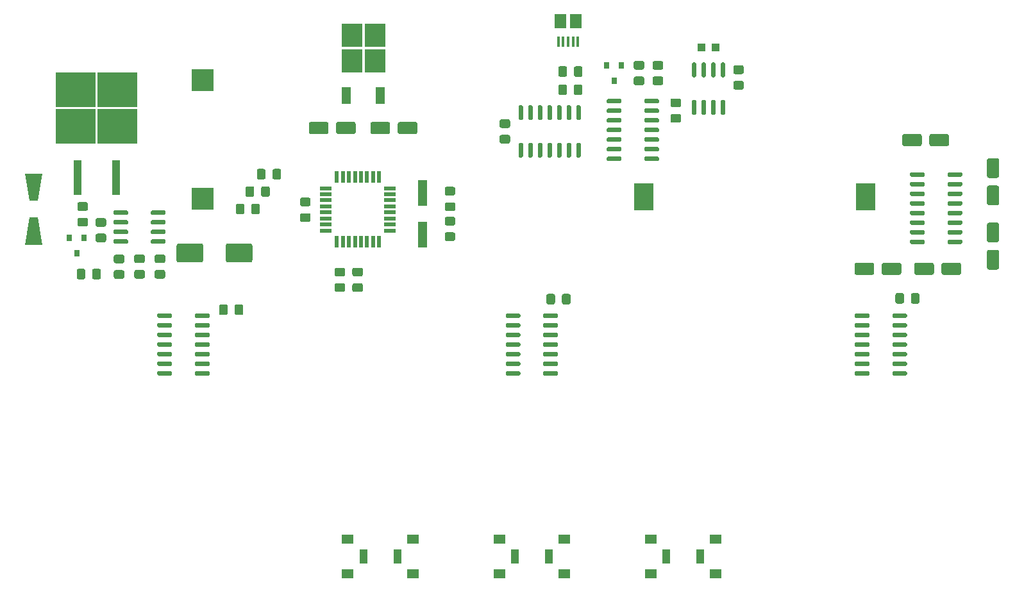
<source format=gbr>
%TF.GenerationSoftware,KiCad,Pcbnew,5.1.8+dfsg1-1+b1*%
%TF.CreationDate,2021-02-15T01:52:31+02:00*%
%TF.ProjectId,nixiedisp,6e697869-6564-4697-9370-2e6b69636164,2*%
%TF.SameCoordinates,Original*%
%TF.FileFunction,Paste,Top*%
%TF.FilePolarity,Positive*%
%FSLAX46Y46*%
G04 Gerber Fmt 4.6, Leading zero omitted, Abs format (unit mm)*
G04 Created by KiCad (PCBNEW 5.1.8+dfsg1-1+b1) date 2021-02-15 01:52:31*
%MOMM*%
%LPD*%
G01*
G04 APERTURE LIST*
%ADD10R,0.990600X1.905000*%
%ADD11R,1.498600X1.295400*%
%ADD12R,2.750000X3.050000*%
%ADD13R,1.200000X2.200000*%
%ADD14R,5.250000X4.550000*%
%ADD15R,1.100000X4.600000*%
%ADD16R,0.800000X0.900000*%
%ADD17R,2.900000X3.000000*%
%ADD18C,0.100000*%
%ADD19R,1.500000X1.900000*%
%ADD20R,0.400000X1.350000*%
%ADD21R,1.600000X0.550000*%
%ADD22R,0.550000X1.600000*%
%ADD23R,1.200000X3.500000*%
%ADD24R,2.600000X3.600000*%
%ADD25R,1.050000X1.100000*%
G04 APERTURE END LIST*
D10*
%TO.C,SW3*%
X160750001Y-141549700D03*
X156249999Y-141549700D03*
D11*
X162800002Y-143899708D03*
X154199998Y-143899708D03*
X162800002Y-139299700D03*
X154199998Y-139299700D03*
%TD*%
D10*
%TO.C,SW2*%
X140750001Y-141549700D03*
X136249999Y-141549700D03*
D11*
X142800002Y-143899708D03*
X134199998Y-143899708D03*
X142800002Y-139299700D03*
X134199998Y-139299700D03*
%TD*%
D10*
%TO.C,SW1*%
X120750001Y-141549700D03*
X116249999Y-141549700D03*
D11*
X122800002Y-143899708D03*
X114199998Y-143899708D03*
X122800002Y-139299700D03*
X114199998Y-139299700D03*
%TD*%
%TO.C,C17*%
G36*
G01*
X188550000Y-107950001D02*
X188550000Y-107049999D01*
G75*
G02*
X188799999Y-106800000I249999J0D01*
G01*
X189450001Y-106800000D01*
G75*
G02*
X189700000Y-107049999I0J-249999D01*
G01*
X189700000Y-107950001D01*
G75*
G02*
X189450001Y-108200000I-249999J0D01*
G01*
X188799999Y-108200000D01*
G75*
G02*
X188550000Y-107950001I0J249999D01*
G01*
G37*
G36*
G01*
X186500000Y-107950001D02*
X186500000Y-107049999D01*
G75*
G02*
X186749999Y-106800000I249999J0D01*
G01*
X187400001Y-106800000D01*
G75*
G02*
X187650000Y-107049999I0J-249999D01*
G01*
X187650000Y-107950001D01*
G75*
G02*
X187400001Y-108200000I-249999J0D01*
G01*
X186749999Y-108200000D01*
G75*
G02*
X186500000Y-107950001I0J249999D01*
G01*
G37*
%TD*%
D12*
%TO.C,U34*%
X117775000Y-76125000D03*
X114725000Y-72775000D03*
X114725000Y-76125000D03*
X117775000Y-72775000D03*
D13*
X118530000Y-80750000D03*
X113970000Y-80750000D03*
%TD*%
%TO.C,U33*%
G36*
G01*
X88200000Y-96345000D02*
X88200000Y-96045000D01*
G75*
G02*
X88350000Y-95895000I150000J0D01*
G01*
X90000000Y-95895000D01*
G75*
G02*
X90150000Y-96045000I0J-150000D01*
G01*
X90150000Y-96345000D01*
G75*
G02*
X90000000Y-96495000I-150000J0D01*
G01*
X88350000Y-96495000D01*
G75*
G02*
X88200000Y-96345000I0J150000D01*
G01*
G37*
G36*
G01*
X88200000Y-97615000D02*
X88200000Y-97315000D01*
G75*
G02*
X88350000Y-97165000I150000J0D01*
G01*
X90000000Y-97165000D01*
G75*
G02*
X90150000Y-97315000I0J-150000D01*
G01*
X90150000Y-97615000D01*
G75*
G02*
X90000000Y-97765000I-150000J0D01*
G01*
X88350000Y-97765000D01*
G75*
G02*
X88200000Y-97615000I0J150000D01*
G01*
G37*
G36*
G01*
X88200000Y-98885000D02*
X88200000Y-98585000D01*
G75*
G02*
X88350000Y-98435000I150000J0D01*
G01*
X90000000Y-98435000D01*
G75*
G02*
X90150000Y-98585000I0J-150000D01*
G01*
X90150000Y-98885000D01*
G75*
G02*
X90000000Y-99035000I-150000J0D01*
G01*
X88350000Y-99035000D01*
G75*
G02*
X88200000Y-98885000I0J150000D01*
G01*
G37*
G36*
G01*
X88200000Y-100155000D02*
X88200000Y-99855000D01*
G75*
G02*
X88350000Y-99705000I150000J0D01*
G01*
X90000000Y-99705000D01*
G75*
G02*
X90150000Y-99855000I0J-150000D01*
G01*
X90150000Y-100155000D01*
G75*
G02*
X90000000Y-100305000I-150000J0D01*
G01*
X88350000Y-100305000D01*
G75*
G02*
X88200000Y-100155000I0J150000D01*
G01*
G37*
G36*
G01*
X83250000Y-100155000D02*
X83250000Y-99855000D01*
G75*
G02*
X83400000Y-99705000I150000J0D01*
G01*
X85050000Y-99705000D01*
G75*
G02*
X85200000Y-99855000I0J-150000D01*
G01*
X85200000Y-100155000D01*
G75*
G02*
X85050000Y-100305000I-150000J0D01*
G01*
X83400000Y-100305000D01*
G75*
G02*
X83250000Y-100155000I0J150000D01*
G01*
G37*
G36*
G01*
X83250000Y-98885000D02*
X83250000Y-98585000D01*
G75*
G02*
X83400000Y-98435000I150000J0D01*
G01*
X85050000Y-98435000D01*
G75*
G02*
X85200000Y-98585000I0J-150000D01*
G01*
X85200000Y-98885000D01*
G75*
G02*
X85050000Y-99035000I-150000J0D01*
G01*
X83400000Y-99035000D01*
G75*
G02*
X83250000Y-98885000I0J150000D01*
G01*
G37*
G36*
G01*
X83250000Y-97615000D02*
X83250000Y-97315000D01*
G75*
G02*
X83400000Y-97165000I150000J0D01*
G01*
X85050000Y-97165000D01*
G75*
G02*
X85200000Y-97315000I0J-150000D01*
G01*
X85200000Y-97615000D01*
G75*
G02*
X85050000Y-97765000I-150000J0D01*
G01*
X83400000Y-97765000D01*
G75*
G02*
X83250000Y-97615000I0J150000D01*
G01*
G37*
G36*
G01*
X83250000Y-96345000D02*
X83250000Y-96045000D01*
G75*
G02*
X83400000Y-95895000I150000J0D01*
G01*
X85050000Y-95895000D01*
G75*
G02*
X85200000Y-96045000I0J-150000D01*
G01*
X85200000Y-96345000D01*
G75*
G02*
X85050000Y-96495000I-150000J0D01*
G01*
X83400000Y-96495000D01*
G75*
G02*
X83250000Y-96345000I0J150000D01*
G01*
G37*
%TD*%
%TO.C,U3*%
G36*
G01*
X153350000Y-81590000D02*
X153350000Y-81290000D01*
G75*
G02*
X153500000Y-81140000I150000J0D01*
G01*
X155150000Y-81140000D01*
G75*
G02*
X155300000Y-81290000I0J-150000D01*
G01*
X155300000Y-81590000D01*
G75*
G02*
X155150000Y-81740000I-150000J0D01*
G01*
X153500000Y-81740000D01*
G75*
G02*
X153350000Y-81590000I0J150000D01*
G01*
G37*
G36*
G01*
X153350000Y-82860000D02*
X153350000Y-82560000D01*
G75*
G02*
X153500000Y-82410000I150000J0D01*
G01*
X155150000Y-82410000D01*
G75*
G02*
X155300000Y-82560000I0J-150000D01*
G01*
X155300000Y-82860000D01*
G75*
G02*
X155150000Y-83010000I-150000J0D01*
G01*
X153500000Y-83010000D01*
G75*
G02*
X153350000Y-82860000I0J150000D01*
G01*
G37*
G36*
G01*
X153350000Y-84130000D02*
X153350000Y-83830000D01*
G75*
G02*
X153500000Y-83680000I150000J0D01*
G01*
X155150000Y-83680000D01*
G75*
G02*
X155300000Y-83830000I0J-150000D01*
G01*
X155300000Y-84130000D01*
G75*
G02*
X155150000Y-84280000I-150000J0D01*
G01*
X153500000Y-84280000D01*
G75*
G02*
X153350000Y-84130000I0J150000D01*
G01*
G37*
G36*
G01*
X153350000Y-85400000D02*
X153350000Y-85100000D01*
G75*
G02*
X153500000Y-84950000I150000J0D01*
G01*
X155150000Y-84950000D01*
G75*
G02*
X155300000Y-85100000I0J-150000D01*
G01*
X155300000Y-85400000D01*
G75*
G02*
X155150000Y-85550000I-150000J0D01*
G01*
X153500000Y-85550000D01*
G75*
G02*
X153350000Y-85400000I0J150000D01*
G01*
G37*
G36*
G01*
X153350000Y-86670000D02*
X153350000Y-86370000D01*
G75*
G02*
X153500000Y-86220000I150000J0D01*
G01*
X155150000Y-86220000D01*
G75*
G02*
X155300000Y-86370000I0J-150000D01*
G01*
X155300000Y-86670000D01*
G75*
G02*
X155150000Y-86820000I-150000J0D01*
G01*
X153500000Y-86820000D01*
G75*
G02*
X153350000Y-86670000I0J150000D01*
G01*
G37*
G36*
G01*
X153350000Y-87940000D02*
X153350000Y-87640000D01*
G75*
G02*
X153500000Y-87490000I150000J0D01*
G01*
X155150000Y-87490000D01*
G75*
G02*
X155300000Y-87640000I0J-150000D01*
G01*
X155300000Y-87940000D01*
G75*
G02*
X155150000Y-88090000I-150000J0D01*
G01*
X153500000Y-88090000D01*
G75*
G02*
X153350000Y-87940000I0J150000D01*
G01*
G37*
G36*
G01*
X153350000Y-89210000D02*
X153350000Y-88910000D01*
G75*
G02*
X153500000Y-88760000I150000J0D01*
G01*
X155150000Y-88760000D01*
G75*
G02*
X155300000Y-88910000I0J-150000D01*
G01*
X155300000Y-89210000D01*
G75*
G02*
X155150000Y-89360000I-150000J0D01*
G01*
X153500000Y-89360000D01*
G75*
G02*
X153350000Y-89210000I0J150000D01*
G01*
G37*
G36*
G01*
X148400000Y-89210000D02*
X148400000Y-88910000D01*
G75*
G02*
X148550000Y-88760000I150000J0D01*
G01*
X150200000Y-88760000D01*
G75*
G02*
X150350000Y-88910000I0J-150000D01*
G01*
X150350000Y-89210000D01*
G75*
G02*
X150200000Y-89360000I-150000J0D01*
G01*
X148550000Y-89360000D01*
G75*
G02*
X148400000Y-89210000I0J150000D01*
G01*
G37*
G36*
G01*
X148400000Y-87940000D02*
X148400000Y-87640000D01*
G75*
G02*
X148550000Y-87490000I150000J0D01*
G01*
X150200000Y-87490000D01*
G75*
G02*
X150350000Y-87640000I0J-150000D01*
G01*
X150350000Y-87940000D01*
G75*
G02*
X150200000Y-88090000I-150000J0D01*
G01*
X148550000Y-88090000D01*
G75*
G02*
X148400000Y-87940000I0J150000D01*
G01*
G37*
G36*
G01*
X148400000Y-86670000D02*
X148400000Y-86370000D01*
G75*
G02*
X148550000Y-86220000I150000J0D01*
G01*
X150200000Y-86220000D01*
G75*
G02*
X150350000Y-86370000I0J-150000D01*
G01*
X150350000Y-86670000D01*
G75*
G02*
X150200000Y-86820000I-150000J0D01*
G01*
X148550000Y-86820000D01*
G75*
G02*
X148400000Y-86670000I0J150000D01*
G01*
G37*
G36*
G01*
X148400000Y-85400000D02*
X148400000Y-85100000D01*
G75*
G02*
X148550000Y-84950000I150000J0D01*
G01*
X150200000Y-84950000D01*
G75*
G02*
X150350000Y-85100000I0J-150000D01*
G01*
X150350000Y-85400000D01*
G75*
G02*
X150200000Y-85550000I-150000J0D01*
G01*
X148550000Y-85550000D01*
G75*
G02*
X148400000Y-85400000I0J150000D01*
G01*
G37*
G36*
G01*
X148400000Y-84130000D02*
X148400000Y-83830000D01*
G75*
G02*
X148550000Y-83680000I150000J0D01*
G01*
X150200000Y-83680000D01*
G75*
G02*
X150350000Y-83830000I0J-150000D01*
G01*
X150350000Y-84130000D01*
G75*
G02*
X150200000Y-84280000I-150000J0D01*
G01*
X148550000Y-84280000D01*
G75*
G02*
X148400000Y-84130000I0J150000D01*
G01*
G37*
G36*
G01*
X148400000Y-82860000D02*
X148400000Y-82560000D01*
G75*
G02*
X148550000Y-82410000I150000J0D01*
G01*
X150200000Y-82410000D01*
G75*
G02*
X150350000Y-82560000I0J-150000D01*
G01*
X150350000Y-82860000D01*
G75*
G02*
X150200000Y-83010000I-150000J0D01*
G01*
X148550000Y-83010000D01*
G75*
G02*
X148400000Y-82860000I0J150000D01*
G01*
G37*
G36*
G01*
X148400000Y-81590000D02*
X148400000Y-81290000D01*
G75*
G02*
X148550000Y-81140000I150000J0D01*
G01*
X150200000Y-81140000D01*
G75*
G02*
X150350000Y-81290000I0J-150000D01*
G01*
X150350000Y-81590000D01*
G75*
G02*
X150200000Y-81740000I-150000J0D01*
G01*
X148550000Y-81740000D01*
G75*
G02*
X148400000Y-81590000I0J150000D01*
G01*
G37*
%TD*%
%TO.C,U2*%
G36*
G01*
X190400000Y-99895000D02*
X190400000Y-100195000D01*
G75*
G02*
X190250000Y-100345000I-150000J0D01*
G01*
X188600000Y-100345000D01*
G75*
G02*
X188450000Y-100195000I0J150000D01*
G01*
X188450000Y-99895000D01*
G75*
G02*
X188600000Y-99745000I150000J0D01*
G01*
X190250000Y-99745000D01*
G75*
G02*
X190400000Y-99895000I0J-150000D01*
G01*
G37*
G36*
G01*
X190400000Y-98625000D02*
X190400000Y-98925000D01*
G75*
G02*
X190250000Y-99075000I-150000J0D01*
G01*
X188600000Y-99075000D01*
G75*
G02*
X188450000Y-98925000I0J150000D01*
G01*
X188450000Y-98625000D01*
G75*
G02*
X188600000Y-98475000I150000J0D01*
G01*
X190250000Y-98475000D01*
G75*
G02*
X190400000Y-98625000I0J-150000D01*
G01*
G37*
G36*
G01*
X190400000Y-97355000D02*
X190400000Y-97655000D01*
G75*
G02*
X190250000Y-97805000I-150000J0D01*
G01*
X188600000Y-97805000D01*
G75*
G02*
X188450000Y-97655000I0J150000D01*
G01*
X188450000Y-97355000D01*
G75*
G02*
X188600000Y-97205000I150000J0D01*
G01*
X190250000Y-97205000D01*
G75*
G02*
X190400000Y-97355000I0J-150000D01*
G01*
G37*
G36*
G01*
X190400000Y-96085000D02*
X190400000Y-96385000D01*
G75*
G02*
X190250000Y-96535000I-150000J0D01*
G01*
X188600000Y-96535000D01*
G75*
G02*
X188450000Y-96385000I0J150000D01*
G01*
X188450000Y-96085000D01*
G75*
G02*
X188600000Y-95935000I150000J0D01*
G01*
X190250000Y-95935000D01*
G75*
G02*
X190400000Y-96085000I0J-150000D01*
G01*
G37*
G36*
G01*
X190400000Y-94815000D02*
X190400000Y-95115000D01*
G75*
G02*
X190250000Y-95265000I-150000J0D01*
G01*
X188600000Y-95265000D01*
G75*
G02*
X188450000Y-95115000I0J150000D01*
G01*
X188450000Y-94815000D01*
G75*
G02*
X188600000Y-94665000I150000J0D01*
G01*
X190250000Y-94665000D01*
G75*
G02*
X190400000Y-94815000I0J-150000D01*
G01*
G37*
G36*
G01*
X190400000Y-93545000D02*
X190400000Y-93845000D01*
G75*
G02*
X190250000Y-93995000I-150000J0D01*
G01*
X188600000Y-93995000D01*
G75*
G02*
X188450000Y-93845000I0J150000D01*
G01*
X188450000Y-93545000D01*
G75*
G02*
X188600000Y-93395000I150000J0D01*
G01*
X190250000Y-93395000D01*
G75*
G02*
X190400000Y-93545000I0J-150000D01*
G01*
G37*
G36*
G01*
X190400000Y-92275000D02*
X190400000Y-92575000D01*
G75*
G02*
X190250000Y-92725000I-150000J0D01*
G01*
X188600000Y-92725000D01*
G75*
G02*
X188450000Y-92575000I0J150000D01*
G01*
X188450000Y-92275000D01*
G75*
G02*
X188600000Y-92125000I150000J0D01*
G01*
X190250000Y-92125000D01*
G75*
G02*
X190400000Y-92275000I0J-150000D01*
G01*
G37*
G36*
G01*
X190400000Y-91005000D02*
X190400000Y-91305000D01*
G75*
G02*
X190250000Y-91455000I-150000J0D01*
G01*
X188600000Y-91455000D01*
G75*
G02*
X188450000Y-91305000I0J150000D01*
G01*
X188450000Y-91005000D01*
G75*
G02*
X188600000Y-90855000I150000J0D01*
G01*
X190250000Y-90855000D01*
G75*
G02*
X190400000Y-91005000I0J-150000D01*
G01*
G37*
G36*
G01*
X195350000Y-91005000D02*
X195350000Y-91305000D01*
G75*
G02*
X195200000Y-91455000I-150000J0D01*
G01*
X193550000Y-91455000D01*
G75*
G02*
X193400000Y-91305000I0J150000D01*
G01*
X193400000Y-91005000D01*
G75*
G02*
X193550000Y-90855000I150000J0D01*
G01*
X195200000Y-90855000D01*
G75*
G02*
X195350000Y-91005000I0J-150000D01*
G01*
G37*
G36*
G01*
X195350000Y-92275000D02*
X195350000Y-92575000D01*
G75*
G02*
X195200000Y-92725000I-150000J0D01*
G01*
X193550000Y-92725000D01*
G75*
G02*
X193400000Y-92575000I0J150000D01*
G01*
X193400000Y-92275000D01*
G75*
G02*
X193550000Y-92125000I150000J0D01*
G01*
X195200000Y-92125000D01*
G75*
G02*
X195350000Y-92275000I0J-150000D01*
G01*
G37*
G36*
G01*
X195350000Y-93545000D02*
X195350000Y-93845000D01*
G75*
G02*
X195200000Y-93995000I-150000J0D01*
G01*
X193550000Y-93995000D01*
G75*
G02*
X193400000Y-93845000I0J150000D01*
G01*
X193400000Y-93545000D01*
G75*
G02*
X193550000Y-93395000I150000J0D01*
G01*
X195200000Y-93395000D01*
G75*
G02*
X195350000Y-93545000I0J-150000D01*
G01*
G37*
G36*
G01*
X195350000Y-94815000D02*
X195350000Y-95115000D01*
G75*
G02*
X195200000Y-95265000I-150000J0D01*
G01*
X193550000Y-95265000D01*
G75*
G02*
X193400000Y-95115000I0J150000D01*
G01*
X193400000Y-94815000D01*
G75*
G02*
X193550000Y-94665000I150000J0D01*
G01*
X195200000Y-94665000D01*
G75*
G02*
X195350000Y-94815000I0J-150000D01*
G01*
G37*
G36*
G01*
X195350000Y-96085000D02*
X195350000Y-96385000D01*
G75*
G02*
X195200000Y-96535000I-150000J0D01*
G01*
X193550000Y-96535000D01*
G75*
G02*
X193400000Y-96385000I0J150000D01*
G01*
X193400000Y-96085000D01*
G75*
G02*
X193550000Y-95935000I150000J0D01*
G01*
X195200000Y-95935000D01*
G75*
G02*
X195350000Y-96085000I0J-150000D01*
G01*
G37*
G36*
G01*
X195350000Y-97355000D02*
X195350000Y-97655000D01*
G75*
G02*
X195200000Y-97805000I-150000J0D01*
G01*
X193550000Y-97805000D01*
G75*
G02*
X193400000Y-97655000I0J150000D01*
G01*
X193400000Y-97355000D01*
G75*
G02*
X193550000Y-97205000I150000J0D01*
G01*
X195200000Y-97205000D01*
G75*
G02*
X195350000Y-97355000I0J-150000D01*
G01*
G37*
G36*
G01*
X195350000Y-98625000D02*
X195350000Y-98925000D01*
G75*
G02*
X195200000Y-99075000I-150000J0D01*
G01*
X193550000Y-99075000D01*
G75*
G02*
X193400000Y-98925000I0J150000D01*
G01*
X193400000Y-98625000D01*
G75*
G02*
X193550000Y-98475000I150000J0D01*
G01*
X195200000Y-98475000D01*
G75*
G02*
X195350000Y-98625000I0J-150000D01*
G01*
G37*
G36*
G01*
X195350000Y-99895000D02*
X195350000Y-100195000D01*
G75*
G02*
X195200000Y-100345000I-150000J0D01*
G01*
X193550000Y-100345000D01*
G75*
G02*
X193400000Y-100195000I0J150000D01*
G01*
X193400000Y-99895000D01*
G75*
G02*
X193550000Y-99745000I150000J0D01*
G01*
X195200000Y-99745000D01*
G75*
G02*
X195350000Y-99895000I0J-150000D01*
G01*
G37*
%TD*%
%TO.C,R94*%
G36*
G01*
X86249999Y-103750000D02*
X87150001Y-103750000D01*
G75*
G02*
X87400000Y-103999999I0J-249999D01*
G01*
X87400000Y-104650001D01*
G75*
G02*
X87150001Y-104900000I-249999J0D01*
G01*
X86249999Y-104900000D01*
G75*
G02*
X86000000Y-104650001I0J249999D01*
G01*
X86000000Y-103999999D01*
G75*
G02*
X86249999Y-103750000I249999J0D01*
G01*
G37*
G36*
G01*
X86249999Y-101700000D02*
X87150001Y-101700000D01*
G75*
G02*
X87400000Y-101949999I0J-249999D01*
G01*
X87400000Y-102600001D01*
G75*
G02*
X87150001Y-102850000I-249999J0D01*
G01*
X86249999Y-102850000D01*
G75*
G02*
X86000000Y-102600001I0J249999D01*
G01*
X86000000Y-101949999D01*
G75*
G02*
X86249999Y-101700000I249999J0D01*
G01*
G37*
%TD*%
%TO.C,R93*%
G36*
G01*
X80450000Y-104750001D02*
X80450000Y-103849999D01*
G75*
G02*
X80699999Y-103600000I249999J0D01*
G01*
X81350001Y-103600000D01*
G75*
G02*
X81600000Y-103849999I0J-249999D01*
G01*
X81600000Y-104750001D01*
G75*
G02*
X81350001Y-105000000I-249999J0D01*
G01*
X80699999Y-105000000D01*
G75*
G02*
X80450000Y-104750001I0J249999D01*
G01*
G37*
G36*
G01*
X78400000Y-104750001D02*
X78400000Y-103849999D01*
G75*
G02*
X78649999Y-103600000I249999J0D01*
G01*
X79300001Y-103600000D01*
G75*
G02*
X79550000Y-103849999I0J-249999D01*
G01*
X79550000Y-104750001D01*
G75*
G02*
X79300001Y-105000000I-249999J0D01*
G01*
X78649999Y-105000000D01*
G75*
G02*
X78400000Y-104750001I0J249999D01*
G01*
G37*
%TD*%
%TO.C,R8*%
G36*
G01*
X81149999Y-98950000D02*
X82050001Y-98950000D01*
G75*
G02*
X82300000Y-99199999I0J-249999D01*
G01*
X82300000Y-99850001D01*
G75*
G02*
X82050001Y-100100000I-249999J0D01*
G01*
X81149999Y-100100000D01*
G75*
G02*
X80900000Y-99850001I0J249999D01*
G01*
X80900000Y-99199999D01*
G75*
G02*
X81149999Y-98950000I249999J0D01*
G01*
G37*
G36*
G01*
X81149999Y-96900000D02*
X82050001Y-96900000D01*
G75*
G02*
X82300000Y-97149999I0J-249999D01*
G01*
X82300000Y-97800001D01*
G75*
G02*
X82050001Y-98050000I-249999J0D01*
G01*
X81149999Y-98050000D01*
G75*
G02*
X80900000Y-97800001I0J249999D01*
G01*
X80900000Y-97149999D01*
G75*
G02*
X81149999Y-96900000I249999J0D01*
G01*
G37*
%TD*%
%TO.C,R7*%
G36*
G01*
X101450000Y-96150001D02*
X101450000Y-95249999D01*
G75*
G02*
X101699999Y-95000000I249999J0D01*
G01*
X102350001Y-95000000D01*
G75*
G02*
X102600000Y-95249999I0J-249999D01*
G01*
X102600000Y-96150001D01*
G75*
G02*
X102350001Y-96400000I-249999J0D01*
G01*
X101699999Y-96400000D01*
G75*
G02*
X101450000Y-96150001I0J249999D01*
G01*
G37*
G36*
G01*
X99400000Y-96150001D02*
X99400000Y-95249999D01*
G75*
G02*
X99649999Y-95000000I249999J0D01*
G01*
X100300001Y-95000000D01*
G75*
G02*
X100550000Y-95249999I0J-249999D01*
G01*
X100550000Y-96150001D01*
G75*
G02*
X100300001Y-96400000I-249999J0D01*
G01*
X99649999Y-96400000D01*
G75*
G02*
X99400000Y-96150001I0J249999D01*
G01*
G37*
%TD*%
%TO.C,R4*%
G36*
G01*
X102750000Y-93850001D02*
X102750000Y-92949999D01*
G75*
G02*
X102999999Y-92700000I249999J0D01*
G01*
X103650001Y-92700000D01*
G75*
G02*
X103900000Y-92949999I0J-249999D01*
G01*
X103900000Y-93850001D01*
G75*
G02*
X103650001Y-94100000I-249999J0D01*
G01*
X102999999Y-94100000D01*
G75*
G02*
X102750000Y-93850001I0J249999D01*
G01*
G37*
G36*
G01*
X100700000Y-93850001D02*
X100700000Y-92949999D01*
G75*
G02*
X100949999Y-92700000I249999J0D01*
G01*
X101600001Y-92700000D01*
G75*
G02*
X101850000Y-92949999I0J-249999D01*
G01*
X101850000Y-93850001D01*
G75*
G02*
X101600001Y-94100000I-249999J0D01*
G01*
X100949999Y-94100000D01*
G75*
G02*
X100700000Y-93850001I0J249999D01*
G01*
G37*
%TD*%
%TO.C,R3*%
G36*
G01*
X104250000Y-91550001D02*
X104250000Y-90649999D01*
G75*
G02*
X104499999Y-90400000I249999J0D01*
G01*
X105150001Y-90400000D01*
G75*
G02*
X105400000Y-90649999I0J-249999D01*
G01*
X105400000Y-91550001D01*
G75*
G02*
X105150001Y-91800000I-249999J0D01*
G01*
X104499999Y-91800000D01*
G75*
G02*
X104250000Y-91550001I0J249999D01*
G01*
G37*
G36*
G01*
X102200000Y-91550001D02*
X102200000Y-90649999D01*
G75*
G02*
X102449999Y-90400000I249999J0D01*
G01*
X103100001Y-90400000D01*
G75*
G02*
X103350000Y-90649999I0J-249999D01*
G01*
X103350000Y-91550001D01*
G75*
G02*
X103100001Y-91800000I-249999J0D01*
G01*
X102449999Y-91800000D01*
G75*
G02*
X102200000Y-91550001I0J249999D01*
G01*
G37*
%TD*%
%TO.C,R2*%
G36*
G01*
X155600001Y-77300000D02*
X154699999Y-77300000D01*
G75*
G02*
X154450000Y-77050001I0J249999D01*
G01*
X154450000Y-76399999D01*
G75*
G02*
X154699999Y-76150000I249999J0D01*
G01*
X155600001Y-76150000D01*
G75*
G02*
X155850000Y-76399999I0J-249999D01*
G01*
X155850000Y-77050001D01*
G75*
G02*
X155600001Y-77300000I-249999J0D01*
G01*
G37*
G36*
G01*
X155600001Y-79350000D02*
X154699999Y-79350000D01*
G75*
G02*
X154450000Y-79100001I0J249999D01*
G01*
X154450000Y-78449999D01*
G75*
G02*
X154699999Y-78200000I249999J0D01*
G01*
X155600001Y-78200000D01*
G75*
G02*
X155850000Y-78449999I0J-249999D01*
G01*
X155850000Y-79100001D01*
G75*
G02*
X155600001Y-79350000I-249999J0D01*
G01*
G37*
%TD*%
%TO.C,R1*%
G36*
G01*
X152199999Y-78200000D02*
X153100001Y-78200000D01*
G75*
G02*
X153350000Y-78449999I0J-249999D01*
G01*
X153350000Y-79100001D01*
G75*
G02*
X153100001Y-79350000I-249999J0D01*
G01*
X152199999Y-79350000D01*
G75*
G02*
X151950000Y-79100001I0J249999D01*
G01*
X151950000Y-78449999D01*
G75*
G02*
X152199999Y-78200000I249999J0D01*
G01*
G37*
G36*
G01*
X152199999Y-76150000D02*
X153100001Y-76150000D01*
G75*
G02*
X153350000Y-76399999I0J-249999D01*
G01*
X153350000Y-77050001D01*
G75*
G02*
X153100001Y-77300000I-249999J0D01*
G01*
X152199999Y-77300000D01*
G75*
G02*
X151950000Y-77050001I0J249999D01*
G01*
X151950000Y-76399999D01*
G75*
G02*
X152199999Y-76150000I249999J0D01*
G01*
G37*
%TD*%
D14*
%TO.C,Q69*%
X83800000Y-84800000D03*
X78250000Y-79950000D03*
X78250000Y-84800000D03*
X83800000Y-79950000D03*
D15*
X83565000Y-91525000D03*
X78485000Y-91525000D03*
%TD*%
D16*
%TO.C,Q2*%
X78400000Y-101500000D03*
X77450000Y-99500000D03*
X79350000Y-99500000D03*
%TD*%
%TO.C,Q1*%
X149350000Y-78750000D03*
X148400000Y-76750000D03*
X150300000Y-76750000D03*
%TD*%
D17*
%TO.C,L1*%
X95000000Y-78650000D03*
X95000000Y-94350000D03*
%TD*%
D18*
%TO.C,D2*%
G36*
X71550000Y-91000000D02*
G01*
X73850000Y-91000000D01*
X73250000Y-94600000D01*
X72150000Y-94600000D01*
X71550000Y-91000000D01*
G37*
G36*
X73850000Y-100400000D02*
G01*
X71550000Y-100400000D01*
X72150000Y-96800000D01*
X73250000Y-96800000D01*
X73850000Y-100400000D01*
G37*
%TD*%
%TO.C,D1*%
G36*
G01*
X78749999Y-96850000D02*
X79650001Y-96850000D01*
G75*
G02*
X79900000Y-97099999I0J-249999D01*
G01*
X79900000Y-97750001D01*
G75*
G02*
X79650001Y-98000000I-249999J0D01*
G01*
X78749999Y-98000000D01*
G75*
G02*
X78500000Y-97750001I0J249999D01*
G01*
X78500000Y-97099999D01*
G75*
G02*
X78749999Y-96850000I249999J0D01*
G01*
G37*
G36*
G01*
X78749999Y-94800000D02*
X79650001Y-94800000D01*
G75*
G02*
X79900000Y-95049999I0J-249999D01*
G01*
X79900000Y-95700001D01*
G75*
G02*
X79650001Y-95950000I-249999J0D01*
G01*
X78749999Y-95950000D01*
G75*
G02*
X78500000Y-95700001I0J249999D01*
G01*
X78500000Y-95049999D01*
G75*
G02*
X78749999Y-94800000I249999J0D01*
G01*
G37*
%TD*%
%TO.C,C38*%
G36*
G01*
X89850001Y-102850000D02*
X88949999Y-102850000D01*
G75*
G02*
X88700000Y-102600001I0J249999D01*
G01*
X88700000Y-101949999D01*
G75*
G02*
X88949999Y-101700000I249999J0D01*
G01*
X89850001Y-101700000D01*
G75*
G02*
X90100000Y-101949999I0J-249999D01*
G01*
X90100000Y-102600001D01*
G75*
G02*
X89850001Y-102850000I-249999J0D01*
G01*
G37*
G36*
G01*
X89850001Y-104900000D02*
X88949999Y-104900000D01*
G75*
G02*
X88700000Y-104650001I0J249999D01*
G01*
X88700000Y-103999999D01*
G75*
G02*
X88949999Y-103750000I249999J0D01*
G01*
X89850001Y-103750000D01*
G75*
G02*
X90100000Y-103999999I0J-249999D01*
G01*
X90100000Y-104650001D01*
G75*
G02*
X89850001Y-104900000I-249999J0D01*
G01*
G37*
%TD*%
%TO.C,C37*%
G36*
G01*
X98100000Y-102500000D02*
X98100000Y-100500000D01*
G75*
G02*
X98350000Y-100250000I250000J0D01*
G01*
X101350000Y-100250000D01*
G75*
G02*
X101600000Y-100500000I0J-250000D01*
G01*
X101600000Y-102500000D01*
G75*
G02*
X101350000Y-102750000I-250000J0D01*
G01*
X98350000Y-102750000D01*
G75*
G02*
X98100000Y-102500000I0J250000D01*
G01*
G37*
G36*
G01*
X91600000Y-102500000D02*
X91600000Y-100500000D01*
G75*
G02*
X91850000Y-100250000I250000J0D01*
G01*
X94850000Y-100250000D01*
G75*
G02*
X95100000Y-100500000I0J-250000D01*
G01*
X95100000Y-102500000D01*
G75*
G02*
X94850000Y-102750000I-250000J0D01*
G01*
X91850000Y-102750000D01*
G75*
G02*
X91600000Y-102500000I0J250000D01*
G01*
G37*
%TD*%
%TO.C,C36*%
G36*
G01*
X119800000Y-84450000D02*
X119800000Y-85550000D01*
G75*
G02*
X119550000Y-85800000I-250000J0D01*
G01*
X117450000Y-85800000D01*
G75*
G02*
X117200000Y-85550000I0J250000D01*
G01*
X117200000Y-84450000D01*
G75*
G02*
X117450000Y-84200000I250000J0D01*
G01*
X119550000Y-84200000D01*
G75*
G02*
X119800000Y-84450000I0J-250000D01*
G01*
G37*
G36*
G01*
X123400000Y-84450000D02*
X123400000Y-85550000D01*
G75*
G02*
X123150000Y-85800000I-250000J0D01*
G01*
X121050000Y-85800000D01*
G75*
G02*
X120800000Y-85550000I0J250000D01*
G01*
X120800000Y-84450000D01*
G75*
G02*
X121050000Y-84200000I250000J0D01*
G01*
X123150000Y-84200000D01*
G75*
G02*
X123400000Y-84450000I0J-250000D01*
G01*
G37*
%TD*%
%TO.C,C35*%
G36*
G01*
X112650000Y-85550000D02*
X112650000Y-84450000D01*
G75*
G02*
X112900000Y-84200000I250000J0D01*
G01*
X115000000Y-84200000D01*
G75*
G02*
X115250000Y-84450000I0J-250000D01*
G01*
X115250000Y-85550000D01*
G75*
G02*
X115000000Y-85800000I-250000J0D01*
G01*
X112900000Y-85800000D01*
G75*
G02*
X112650000Y-85550000I0J250000D01*
G01*
G37*
G36*
G01*
X109050000Y-85550000D02*
X109050000Y-84450000D01*
G75*
G02*
X109300000Y-84200000I250000J0D01*
G01*
X111400000Y-84200000D01*
G75*
G02*
X111650000Y-84450000I0J-250000D01*
G01*
X111650000Y-85550000D01*
G75*
G02*
X111400000Y-85800000I-250000J0D01*
G01*
X109300000Y-85800000D01*
G75*
G02*
X109050000Y-85550000I0J250000D01*
G01*
G37*
%TD*%
%TO.C,C16*%
G36*
G01*
X83549999Y-103775000D02*
X84450001Y-103775000D01*
G75*
G02*
X84700000Y-104024999I0J-249999D01*
G01*
X84700000Y-104675001D01*
G75*
G02*
X84450001Y-104925000I-249999J0D01*
G01*
X83549999Y-104925000D01*
G75*
G02*
X83300000Y-104675001I0J249999D01*
G01*
X83300000Y-104024999D01*
G75*
G02*
X83549999Y-103775000I249999J0D01*
G01*
G37*
G36*
G01*
X83549999Y-101725000D02*
X84450001Y-101725000D01*
G75*
G02*
X84700000Y-101974999I0J-249999D01*
G01*
X84700000Y-102625001D01*
G75*
G02*
X84450001Y-102875000I-249999J0D01*
G01*
X83549999Y-102875000D01*
G75*
G02*
X83300000Y-102625001I0J249999D01*
G01*
X83300000Y-101974999D01*
G75*
G02*
X83549999Y-101725000I249999J0D01*
G01*
G37*
%TD*%
%TO.C,C15*%
G36*
G01*
X191000000Y-87150000D02*
X191000000Y-86050000D01*
G75*
G02*
X191250000Y-85800000I250000J0D01*
G01*
X193350000Y-85800000D01*
G75*
G02*
X193600000Y-86050000I0J-250000D01*
G01*
X193600000Y-87150000D01*
G75*
G02*
X193350000Y-87400000I-250000J0D01*
G01*
X191250000Y-87400000D01*
G75*
G02*
X191000000Y-87150000I0J250000D01*
G01*
G37*
G36*
G01*
X187400000Y-87150000D02*
X187400000Y-86050000D01*
G75*
G02*
X187650000Y-85800000I250000J0D01*
G01*
X189750000Y-85800000D01*
G75*
G02*
X190000000Y-86050000I0J-250000D01*
G01*
X190000000Y-87150000D01*
G75*
G02*
X189750000Y-87400000I-250000J0D01*
G01*
X187650000Y-87400000D01*
G75*
G02*
X187400000Y-87150000I0J250000D01*
G01*
G37*
%TD*%
%TO.C,C8*%
G36*
G01*
X191600000Y-103050000D02*
X191600000Y-104150000D01*
G75*
G02*
X191350000Y-104400000I-250000J0D01*
G01*
X189250000Y-104400000D01*
G75*
G02*
X189000000Y-104150000I0J250000D01*
G01*
X189000000Y-103050000D01*
G75*
G02*
X189250000Y-102800000I250000J0D01*
G01*
X191350000Y-102800000D01*
G75*
G02*
X191600000Y-103050000I0J-250000D01*
G01*
G37*
G36*
G01*
X195200000Y-103050000D02*
X195200000Y-104150000D01*
G75*
G02*
X194950000Y-104400000I-250000J0D01*
G01*
X192850000Y-104400000D01*
G75*
G02*
X192600000Y-104150000I0J250000D01*
G01*
X192600000Y-103050000D01*
G75*
G02*
X192850000Y-102800000I250000J0D01*
G01*
X194950000Y-102800000D01*
G75*
G02*
X195200000Y-103050000I0J-250000D01*
G01*
G37*
%TD*%
%TO.C,C4*%
G36*
G01*
X199950000Y-91600000D02*
X198850000Y-91600000D01*
G75*
G02*
X198600000Y-91350000I0J250000D01*
G01*
X198600000Y-89250000D01*
G75*
G02*
X198850000Y-89000000I250000J0D01*
G01*
X199950000Y-89000000D01*
G75*
G02*
X200200000Y-89250000I0J-250000D01*
G01*
X200200000Y-91350000D01*
G75*
G02*
X199950000Y-91600000I-250000J0D01*
G01*
G37*
G36*
G01*
X199950000Y-95200000D02*
X198850000Y-95200000D01*
G75*
G02*
X198600000Y-94950000I0J250000D01*
G01*
X198600000Y-92850000D01*
G75*
G02*
X198850000Y-92600000I250000J0D01*
G01*
X199950000Y-92600000D01*
G75*
G02*
X200200000Y-92850000I0J-250000D01*
G01*
X200200000Y-94950000D01*
G75*
G02*
X199950000Y-95200000I-250000J0D01*
G01*
G37*
%TD*%
%TO.C,C2*%
G36*
G01*
X183700000Y-103050000D02*
X183700000Y-104150000D01*
G75*
G02*
X183450000Y-104400000I-250000J0D01*
G01*
X181350000Y-104400000D01*
G75*
G02*
X181100000Y-104150000I0J250000D01*
G01*
X181100000Y-103050000D01*
G75*
G02*
X181350000Y-102800000I250000J0D01*
G01*
X183450000Y-102800000D01*
G75*
G02*
X183700000Y-103050000I0J-250000D01*
G01*
G37*
G36*
G01*
X187300000Y-103050000D02*
X187300000Y-104150000D01*
G75*
G02*
X187050000Y-104400000I-250000J0D01*
G01*
X184950000Y-104400000D01*
G75*
G02*
X184700000Y-104150000I0J250000D01*
G01*
X184700000Y-103050000D01*
G75*
G02*
X184950000Y-102800000I250000J0D01*
G01*
X187050000Y-102800000D01*
G75*
G02*
X187300000Y-103050000I0J-250000D01*
G01*
G37*
%TD*%
%TO.C,C1*%
G36*
G01*
X199950000Y-100100000D02*
X198850000Y-100100000D01*
G75*
G02*
X198600000Y-99850000I0J250000D01*
G01*
X198600000Y-97750000D01*
G75*
G02*
X198850000Y-97500000I250000J0D01*
G01*
X199950000Y-97500000D01*
G75*
G02*
X200200000Y-97750000I0J-250000D01*
G01*
X200200000Y-99850000D01*
G75*
G02*
X199950000Y-100100000I-250000J0D01*
G01*
G37*
G36*
G01*
X199950000Y-103700000D02*
X198850000Y-103700000D01*
G75*
G02*
X198600000Y-103450000I0J250000D01*
G01*
X198600000Y-101350000D01*
G75*
G02*
X198850000Y-101100000I250000J0D01*
G01*
X199950000Y-101100000D01*
G75*
G02*
X200200000Y-101350000I0J-250000D01*
G01*
X200200000Y-103450000D01*
G75*
G02*
X199950000Y-103700000I-250000J0D01*
G01*
G37*
%TD*%
%TO.C,C3*%
G36*
G01*
X108149999Y-94200000D02*
X109050001Y-94200000D01*
G75*
G02*
X109300000Y-94449999I0J-249999D01*
G01*
X109300000Y-95100001D01*
G75*
G02*
X109050001Y-95350000I-249999J0D01*
G01*
X108149999Y-95350000D01*
G75*
G02*
X107900000Y-95100001I0J249999D01*
G01*
X107900000Y-94449999D01*
G75*
G02*
X108149999Y-94200000I249999J0D01*
G01*
G37*
G36*
G01*
X108149999Y-96250000D02*
X109050001Y-96250000D01*
G75*
G02*
X109300000Y-96499999I0J-249999D01*
G01*
X109300000Y-97150001D01*
G75*
G02*
X109050001Y-97400000I-249999J0D01*
G01*
X108149999Y-97400000D01*
G75*
G02*
X107900000Y-97150001I0J249999D01*
G01*
X107900000Y-96499999D01*
G75*
G02*
X108149999Y-96250000I249999J0D01*
G01*
G37*
%TD*%
%TO.C,C5*%
G36*
G01*
X144050000Y-78000001D02*
X144050000Y-77099999D01*
G75*
G02*
X144299999Y-76850000I249999J0D01*
G01*
X144950001Y-76850000D01*
G75*
G02*
X145200000Y-77099999I0J-249999D01*
G01*
X145200000Y-78000001D01*
G75*
G02*
X144950001Y-78250000I-249999J0D01*
G01*
X144299999Y-78250000D01*
G75*
G02*
X144050000Y-78000001I0J249999D01*
G01*
G37*
G36*
G01*
X142000000Y-78000001D02*
X142000000Y-77099999D01*
G75*
G02*
X142249999Y-76850000I249999J0D01*
G01*
X142900001Y-76850000D01*
G75*
G02*
X143150000Y-77099999I0J-249999D01*
G01*
X143150000Y-78000001D01*
G75*
G02*
X142900001Y-78250000I-249999J0D01*
G01*
X142249999Y-78250000D01*
G75*
G02*
X142000000Y-78000001I0J249999D01*
G01*
G37*
%TD*%
%TO.C,C6*%
G36*
G01*
X144050000Y-80400001D02*
X144050000Y-79499999D01*
G75*
G02*
X144299999Y-79250000I249999J0D01*
G01*
X144950001Y-79250000D01*
G75*
G02*
X145200000Y-79499999I0J-249999D01*
G01*
X145200000Y-80400001D01*
G75*
G02*
X144950001Y-80650000I-249999J0D01*
G01*
X144299999Y-80650000D01*
G75*
G02*
X144050000Y-80400001I0J249999D01*
G01*
G37*
G36*
G01*
X142000000Y-80400001D02*
X142000000Y-79499999D01*
G75*
G02*
X142249999Y-79250000I249999J0D01*
G01*
X142900001Y-79250000D01*
G75*
G02*
X143150000Y-79499999I0J-249999D01*
G01*
X143150000Y-80400001D01*
G75*
G02*
X142900001Y-80650000I-249999J0D01*
G01*
X142249999Y-80650000D01*
G75*
G02*
X142000000Y-80400001I0J249999D01*
G01*
G37*
%TD*%
%TO.C,C7*%
G36*
G01*
X165349999Y-76725000D02*
X166250001Y-76725000D01*
G75*
G02*
X166500000Y-76974999I0J-249999D01*
G01*
X166500000Y-77625001D01*
G75*
G02*
X166250001Y-77875000I-249999J0D01*
G01*
X165349999Y-77875000D01*
G75*
G02*
X165100000Y-77625001I0J249999D01*
G01*
X165100000Y-76974999D01*
G75*
G02*
X165349999Y-76725000I249999J0D01*
G01*
G37*
G36*
G01*
X165349999Y-78775000D02*
X166250001Y-78775000D01*
G75*
G02*
X166500000Y-79024999I0J-249999D01*
G01*
X166500000Y-79675001D01*
G75*
G02*
X166250001Y-79925000I-249999J0D01*
G01*
X165349999Y-79925000D01*
G75*
G02*
X165100000Y-79675001I0J249999D01*
G01*
X165100000Y-79024999D01*
G75*
G02*
X165349999Y-78775000I249999J0D01*
G01*
G37*
%TD*%
%TO.C,C9*%
G36*
G01*
X97200000Y-109450001D02*
X97200000Y-108549999D01*
G75*
G02*
X97449999Y-108300000I249999J0D01*
G01*
X98100001Y-108300000D01*
G75*
G02*
X98350000Y-108549999I0J-249999D01*
G01*
X98350000Y-109450001D01*
G75*
G02*
X98100001Y-109700000I-249999J0D01*
G01*
X97449999Y-109700000D01*
G75*
G02*
X97200000Y-109450001I0J249999D01*
G01*
G37*
G36*
G01*
X99250000Y-109450001D02*
X99250000Y-108549999D01*
G75*
G02*
X99499999Y-108300000I249999J0D01*
G01*
X100150001Y-108300000D01*
G75*
G02*
X100400000Y-108549999I0J-249999D01*
G01*
X100400000Y-109450001D01*
G75*
G02*
X100150001Y-109700000I-249999J0D01*
G01*
X99499999Y-109700000D01*
G75*
G02*
X99250000Y-109450001I0J249999D01*
G01*
G37*
%TD*%
%TO.C,C10*%
G36*
G01*
X140425000Y-108050001D02*
X140425000Y-107149999D01*
G75*
G02*
X140674999Y-106900000I249999J0D01*
G01*
X141325001Y-106900000D01*
G75*
G02*
X141575000Y-107149999I0J-249999D01*
G01*
X141575000Y-108050001D01*
G75*
G02*
X141325001Y-108300000I-249999J0D01*
G01*
X140674999Y-108300000D01*
G75*
G02*
X140425000Y-108050001I0J249999D01*
G01*
G37*
G36*
G01*
X142475000Y-108050001D02*
X142475000Y-107149999D01*
G75*
G02*
X142724999Y-106900000I249999J0D01*
G01*
X143375001Y-106900000D01*
G75*
G02*
X143625000Y-107149999I0J-249999D01*
G01*
X143625000Y-108050001D01*
G75*
G02*
X143375001Y-108300000I-249999J0D01*
G01*
X142724999Y-108300000D01*
G75*
G02*
X142475000Y-108050001I0J249999D01*
G01*
G37*
%TD*%
%TO.C,C11*%
G36*
G01*
X127249999Y-98775000D02*
X128150001Y-98775000D01*
G75*
G02*
X128400000Y-99024999I0J-249999D01*
G01*
X128400000Y-99675001D01*
G75*
G02*
X128150001Y-99925000I-249999J0D01*
G01*
X127249999Y-99925000D01*
G75*
G02*
X127000000Y-99675001I0J249999D01*
G01*
X127000000Y-99024999D01*
G75*
G02*
X127249999Y-98775000I249999J0D01*
G01*
G37*
G36*
G01*
X127249999Y-96725000D02*
X128150001Y-96725000D01*
G75*
G02*
X128400000Y-96974999I0J-249999D01*
G01*
X128400000Y-97625001D01*
G75*
G02*
X128150001Y-97875000I-249999J0D01*
G01*
X127249999Y-97875000D01*
G75*
G02*
X127000000Y-97625001I0J249999D01*
G01*
X127000000Y-96974999D01*
G75*
G02*
X127249999Y-96725000I249999J0D01*
G01*
G37*
%TD*%
%TO.C,C12*%
G36*
G01*
X128150001Y-95975000D02*
X127249999Y-95975000D01*
G75*
G02*
X127000000Y-95725001I0J249999D01*
G01*
X127000000Y-95074999D01*
G75*
G02*
X127249999Y-94825000I249999J0D01*
G01*
X128150001Y-94825000D01*
G75*
G02*
X128400000Y-95074999I0J-249999D01*
G01*
X128400000Y-95725001D01*
G75*
G02*
X128150001Y-95975000I-249999J0D01*
G01*
G37*
G36*
G01*
X128150001Y-93925000D02*
X127249999Y-93925000D01*
G75*
G02*
X127000000Y-93675001I0J249999D01*
G01*
X127000000Y-93024999D01*
G75*
G02*
X127249999Y-92775000I249999J0D01*
G01*
X128150001Y-92775000D01*
G75*
G02*
X128400000Y-93024999I0J-249999D01*
G01*
X128400000Y-93675001D01*
G75*
G02*
X128150001Y-93925000I-249999J0D01*
G01*
G37*
%TD*%
%TO.C,C13*%
G36*
G01*
X135400001Y-85000000D02*
X134499999Y-85000000D01*
G75*
G02*
X134250000Y-84750001I0J249999D01*
G01*
X134250000Y-84099999D01*
G75*
G02*
X134499999Y-83850000I249999J0D01*
G01*
X135400001Y-83850000D01*
G75*
G02*
X135650000Y-84099999I0J-249999D01*
G01*
X135650000Y-84750001D01*
G75*
G02*
X135400001Y-85000000I-249999J0D01*
G01*
G37*
G36*
G01*
X135400001Y-87050000D02*
X134499999Y-87050000D01*
G75*
G02*
X134250000Y-86800001I0J249999D01*
G01*
X134250000Y-86149999D01*
G75*
G02*
X134499999Y-85900000I249999J0D01*
G01*
X135400001Y-85900000D01*
G75*
G02*
X135650000Y-86149999I0J-249999D01*
G01*
X135650000Y-86800001D01*
G75*
G02*
X135400001Y-87050000I-249999J0D01*
G01*
G37*
%TD*%
%TO.C,C14*%
G36*
G01*
X157049999Y-83150000D02*
X157950001Y-83150000D01*
G75*
G02*
X158200000Y-83399999I0J-249999D01*
G01*
X158200000Y-84050001D01*
G75*
G02*
X157950001Y-84300000I-249999J0D01*
G01*
X157049999Y-84300000D01*
G75*
G02*
X156800000Y-84050001I0J249999D01*
G01*
X156800000Y-83399999D01*
G75*
G02*
X157049999Y-83150000I249999J0D01*
G01*
G37*
G36*
G01*
X157049999Y-81100000D02*
X157950001Y-81100000D01*
G75*
G02*
X158200000Y-81349999I0J-249999D01*
G01*
X158200000Y-82000001D01*
G75*
G02*
X157950001Y-82250000I-249999J0D01*
G01*
X157049999Y-82250000D01*
G75*
G02*
X156800000Y-82000001I0J249999D01*
G01*
X156800000Y-81349999D01*
G75*
G02*
X157049999Y-81100000I249999J0D01*
G01*
G37*
%TD*%
D19*
%TO.C,J2*%
X142300000Y-70912500D03*
D20*
X143950000Y-73612500D03*
X144600000Y-73612500D03*
X142000000Y-73612500D03*
X142650000Y-73612500D03*
X143300000Y-73612500D03*
D19*
X144300000Y-70912500D03*
%TD*%
%TO.C,R5*%
G36*
G01*
X113600001Y-104600000D02*
X112699999Y-104600000D01*
G75*
G02*
X112450000Y-104350001I0J249999D01*
G01*
X112450000Y-103699999D01*
G75*
G02*
X112699999Y-103450000I249999J0D01*
G01*
X113600001Y-103450000D01*
G75*
G02*
X113850000Y-103699999I0J-249999D01*
G01*
X113850000Y-104350001D01*
G75*
G02*
X113600001Y-104600000I-249999J0D01*
G01*
G37*
G36*
G01*
X113600001Y-106650000D02*
X112699999Y-106650000D01*
G75*
G02*
X112450000Y-106400001I0J249999D01*
G01*
X112450000Y-105749999D01*
G75*
G02*
X112699999Y-105500000I249999J0D01*
G01*
X113600001Y-105500000D01*
G75*
G02*
X113850000Y-105749999I0J-249999D01*
G01*
X113850000Y-106400001D01*
G75*
G02*
X113600001Y-106650000I-249999J0D01*
G01*
G37*
%TD*%
%TO.C,R6*%
G36*
G01*
X115950001Y-106650000D02*
X115049999Y-106650000D01*
G75*
G02*
X114800000Y-106400001I0J249999D01*
G01*
X114800000Y-105749999D01*
G75*
G02*
X115049999Y-105500000I249999J0D01*
G01*
X115950001Y-105500000D01*
G75*
G02*
X116200000Y-105749999I0J-249999D01*
G01*
X116200000Y-106400001D01*
G75*
G02*
X115950001Y-106650000I-249999J0D01*
G01*
G37*
G36*
G01*
X115950001Y-104600000D02*
X115049999Y-104600000D01*
G75*
G02*
X114800000Y-104350001I0J249999D01*
G01*
X114800000Y-103699999D01*
G75*
G02*
X115049999Y-103450000I249999J0D01*
G01*
X115950001Y-103450000D01*
G75*
G02*
X116200000Y-103699999I0J-249999D01*
G01*
X116200000Y-104350001D01*
G75*
G02*
X115950001Y-104600000I-249999J0D01*
G01*
G37*
%TD*%
D21*
%TO.C,U1*%
X119800000Y-98550000D03*
X119800000Y-97750000D03*
X119800000Y-96950000D03*
X119800000Y-96150000D03*
X119800000Y-95350000D03*
X119800000Y-94550000D03*
X119800000Y-93750000D03*
X119800000Y-92950000D03*
D22*
X118350000Y-91500000D03*
X117550000Y-91500000D03*
X116750000Y-91500000D03*
X115950000Y-91500000D03*
X115150000Y-91500000D03*
X114350000Y-91500000D03*
X113550000Y-91500000D03*
X112750000Y-91500000D03*
D21*
X111300000Y-92950000D03*
X111300000Y-93750000D03*
X111300000Y-94550000D03*
X111300000Y-95350000D03*
X111300000Y-96150000D03*
X111300000Y-96950000D03*
X111300000Y-97750000D03*
X111300000Y-98550000D03*
D22*
X112750000Y-100000000D03*
X113550000Y-100000000D03*
X114350000Y-100000000D03*
X115150000Y-100000000D03*
X115950000Y-100000000D03*
X116750000Y-100000000D03*
X117550000Y-100000000D03*
X118350000Y-100000000D03*
%TD*%
%TO.C,U4*%
G36*
G01*
X137190000Y-83950000D02*
X136890000Y-83950000D01*
G75*
G02*
X136740000Y-83800000I0J150000D01*
G01*
X136740000Y-82150000D01*
G75*
G02*
X136890000Y-82000000I150000J0D01*
G01*
X137190000Y-82000000D01*
G75*
G02*
X137340000Y-82150000I0J-150000D01*
G01*
X137340000Y-83800000D01*
G75*
G02*
X137190000Y-83950000I-150000J0D01*
G01*
G37*
G36*
G01*
X138460000Y-83950000D02*
X138160000Y-83950000D01*
G75*
G02*
X138010000Y-83800000I0J150000D01*
G01*
X138010000Y-82150000D01*
G75*
G02*
X138160000Y-82000000I150000J0D01*
G01*
X138460000Y-82000000D01*
G75*
G02*
X138610000Y-82150000I0J-150000D01*
G01*
X138610000Y-83800000D01*
G75*
G02*
X138460000Y-83950000I-150000J0D01*
G01*
G37*
G36*
G01*
X139730000Y-83950000D02*
X139430000Y-83950000D01*
G75*
G02*
X139280000Y-83800000I0J150000D01*
G01*
X139280000Y-82150000D01*
G75*
G02*
X139430000Y-82000000I150000J0D01*
G01*
X139730000Y-82000000D01*
G75*
G02*
X139880000Y-82150000I0J-150000D01*
G01*
X139880000Y-83800000D01*
G75*
G02*
X139730000Y-83950000I-150000J0D01*
G01*
G37*
G36*
G01*
X141000000Y-83950000D02*
X140700000Y-83950000D01*
G75*
G02*
X140550000Y-83800000I0J150000D01*
G01*
X140550000Y-82150000D01*
G75*
G02*
X140700000Y-82000000I150000J0D01*
G01*
X141000000Y-82000000D01*
G75*
G02*
X141150000Y-82150000I0J-150000D01*
G01*
X141150000Y-83800000D01*
G75*
G02*
X141000000Y-83950000I-150000J0D01*
G01*
G37*
G36*
G01*
X142270000Y-83950000D02*
X141970000Y-83950000D01*
G75*
G02*
X141820000Y-83800000I0J150000D01*
G01*
X141820000Y-82150000D01*
G75*
G02*
X141970000Y-82000000I150000J0D01*
G01*
X142270000Y-82000000D01*
G75*
G02*
X142420000Y-82150000I0J-150000D01*
G01*
X142420000Y-83800000D01*
G75*
G02*
X142270000Y-83950000I-150000J0D01*
G01*
G37*
G36*
G01*
X143540000Y-83950000D02*
X143240000Y-83950000D01*
G75*
G02*
X143090000Y-83800000I0J150000D01*
G01*
X143090000Y-82150000D01*
G75*
G02*
X143240000Y-82000000I150000J0D01*
G01*
X143540000Y-82000000D01*
G75*
G02*
X143690000Y-82150000I0J-150000D01*
G01*
X143690000Y-83800000D01*
G75*
G02*
X143540000Y-83950000I-150000J0D01*
G01*
G37*
G36*
G01*
X144810000Y-83950000D02*
X144510000Y-83950000D01*
G75*
G02*
X144360000Y-83800000I0J150000D01*
G01*
X144360000Y-82150000D01*
G75*
G02*
X144510000Y-82000000I150000J0D01*
G01*
X144810000Y-82000000D01*
G75*
G02*
X144960000Y-82150000I0J-150000D01*
G01*
X144960000Y-83800000D01*
G75*
G02*
X144810000Y-83950000I-150000J0D01*
G01*
G37*
G36*
G01*
X144810000Y-88900000D02*
X144510000Y-88900000D01*
G75*
G02*
X144360000Y-88750000I0J150000D01*
G01*
X144360000Y-87100000D01*
G75*
G02*
X144510000Y-86950000I150000J0D01*
G01*
X144810000Y-86950000D01*
G75*
G02*
X144960000Y-87100000I0J-150000D01*
G01*
X144960000Y-88750000D01*
G75*
G02*
X144810000Y-88900000I-150000J0D01*
G01*
G37*
G36*
G01*
X143540000Y-88900000D02*
X143240000Y-88900000D01*
G75*
G02*
X143090000Y-88750000I0J150000D01*
G01*
X143090000Y-87100000D01*
G75*
G02*
X143240000Y-86950000I150000J0D01*
G01*
X143540000Y-86950000D01*
G75*
G02*
X143690000Y-87100000I0J-150000D01*
G01*
X143690000Y-88750000D01*
G75*
G02*
X143540000Y-88900000I-150000J0D01*
G01*
G37*
G36*
G01*
X142270000Y-88900000D02*
X141970000Y-88900000D01*
G75*
G02*
X141820000Y-88750000I0J150000D01*
G01*
X141820000Y-87100000D01*
G75*
G02*
X141970000Y-86950000I150000J0D01*
G01*
X142270000Y-86950000D01*
G75*
G02*
X142420000Y-87100000I0J-150000D01*
G01*
X142420000Y-88750000D01*
G75*
G02*
X142270000Y-88900000I-150000J0D01*
G01*
G37*
G36*
G01*
X141000000Y-88900000D02*
X140700000Y-88900000D01*
G75*
G02*
X140550000Y-88750000I0J150000D01*
G01*
X140550000Y-87100000D01*
G75*
G02*
X140700000Y-86950000I150000J0D01*
G01*
X141000000Y-86950000D01*
G75*
G02*
X141150000Y-87100000I0J-150000D01*
G01*
X141150000Y-88750000D01*
G75*
G02*
X141000000Y-88900000I-150000J0D01*
G01*
G37*
G36*
G01*
X139730000Y-88900000D02*
X139430000Y-88900000D01*
G75*
G02*
X139280000Y-88750000I0J150000D01*
G01*
X139280000Y-87100000D01*
G75*
G02*
X139430000Y-86950000I150000J0D01*
G01*
X139730000Y-86950000D01*
G75*
G02*
X139880000Y-87100000I0J-150000D01*
G01*
X139880000Y-88750000D01*
G75*
G02*
X139730000Y-88900000I-150000J0D01*
G01*
G37*
G36*
G01*
X138460000Y-88900000D02*
X138160000Y-88900000D01*
G75*
G02*
X138010000Y-88750000I0J150000D01*
G01*
X138010000Y-87100000D01*
G75*
G02*
X138160000Y-86950000I150000J0D01*
G01*
X138460000Y-86950000D01*
G75*
G02*
X138610000Y-87100000I0J-150000D01*
G01*
X138610000Y-88750000D01*
G75*
G02*
X138460000Y-88900000I-150000J0D01*
G01*
G37*
G36*
G01*
X137190000Y-88900000D02*
X136890000Y-88900000D01*
G75*
G02*
X136740000Y-88750000I0J150000D01*
G01*
X136740000Y-87100000D01*
G75*
G02*
X136890000Y-86950000I150000J0D01*
G01*
X137190000Y-86950000D01*
G75*
G02*
X137340000Y-87100000I0J-150000D01*
G01*
X137340000Y-88750000D01*
G75*
G02*
X137190000Y-88900000I-150000J0D01*
G01*
G37*
%TD*%
%TO.C,U5*%
G36*
G01*
X89050000Y-109940000D02*
X89050000Y-109640000D01*
G75*
G02*
X89200000Y-109490000I150000J0D01*
G01*
X90850000Y-109490000D01*
G75*
G02*
X91000000Y-109640000I0J-150000D01*
G01*
X91000000Y-109940000D01*
G75*
G02*
X90850000Y-110090000I-150000J0D01*
G01*
X89200000Y-110090000D01*
G75*
G02*
X89050000Y-109940000I0J150000D01*
G01*
G37*
G36*
G01*
X89050000Y-111210000D02*
X89050000Y-110910000D01*
G75*
G02*
X89200000Y-110760000I150000J0D01*
G01*
X90850000Y-110760000D01*
G75*
G02*
X91000000Y-110910000I0J-150000D01*
G01*
X91000000Y-111210000D01*
G75*
G02*
X90850000Y-111360000I-150000J0D01*
G01*
X89200000Y-111360000D01*
G75*
G02*
X89050000Y-111210000I0J150000D01*
G01*
G37*
G36*
G01*
X89050000Y-112480000D02*
X89050000Y-112180000D01*
G75*
G02*
X89200000Y-112030000I150000J0D01*
G01*
X90850000Y-112030000D01*
G75*
G02*
X91000000Y-112180000I0J-150000D01*
G01*
X91000000Y-112480000D01*
G75*
G02*
X90850000Y-112630000I-150000J0D01*
G01*
X89200000Y-112630000D01*
G75*
G02*
X89050000Y-112480000I0J150000D01*
G01*
G37*
G36*
G01*
X89050000Y-113750000D02*
X89050000Y-113450000D01*
G75*
G02*
X89200000Y-113300000I150000J0D01*
G01*
X90850000Y-113300000D01*
G75*
G02*
X91000000Y-113450000I0J-150000D01*
G01*
X91000000Y-113750000D01*
G75*
G02*
X90850000Y-113900000I-150000J0D01*
G01*
X89200000Y-113900000D01*
G75*
G02*
X89050000Y-113750000I0J150000D01*
G01*
G37*
G36*
G01*
X89050000Y-115020000D02*
X89050000Y-114720000D01*
G75*
G02*
X89200000Y-114570000I150000J0D01*
G01*
X90850000Y-114570000D01*
G75*
G02*
X91000000Y-114720000I0J-150000D01*
G01*
X91000000Y-115020000D01*
G75*
G02*
X90850000Y-115170000I-150000J0D01*
G01*
X89200000Y-115170000D01*
G75*
G02*
X89050000Y-115020000I0J150000D01*
G01*
G37*
G36*
G01*
X89050000Y-116290000D02*
X89050000Y-115990000D01*
G75*
G02*
X89200000Y-115840000I150000J0D01*
G01*
X90850000Y-115840000D01*
G75*
G02*
X91000000Y-115990000I0J-150000D01*
G01*
X91000000Y-116290000D01*
G75*
G02*
X90850000Y-116440000I-150000J0D01*
G01*
X89200000Y-116440000D01*
G75*
G02*
X89050000Y-116290000I0J150000D01*
G01*
G37*
G36*
G01*
X89050000Y-117560000D02*
X89050000Y-117260000D01*
G75*
G02*
X89200000Y-117110000I150000J0D01*
G01*
X90850000Y-117110000D01*
G75*
G02*
X91000000Y-117260000I0J-150000D01*
G01*
X91000000Y-117560000D01*
G75*
G02*
X90850000Y-117710000I-150000J0D01*
G01*
X89200000Y-117710000D01*
G75*
G02*
X89050000Y-117560000I0J150000D01*
G01*
G37*
G36*
G01*
X94000000Y-117560000D02*
X94000000Y-117260000D01*
G75*
G02*
X94150000Y-117110000I150000J0D01*
G01*
X95800000Y-117110000D01*
G75*
G02*
X95950000Y-117260000I0J-150000D01*
G01*
X95950000Y-117560000D01*
G75*
G02*
X95800000Y-117710000I-150000J0D01*
G01*
X94150000Y-117710000D01*
G75*
G02*
X94000000Y-117560000I0J150000D01*
G01*
G37*
G36*
G01*
X94000000Y-116290000D02*
X94000000Y-115990000D01*
G75*
G02*
X94150000Y-115840000I150000J0D01*
G01*
X95800000Y-115840000D01*
G75*
G02*
X95950000Y-115990000I0J-150000D01*
G01*
X95950000Y-116290000D01*
G75*
G02*
X95800000Y-116440000I-150000J0D01*
G01*
X94150000Y-116440000D01*
G75*
G02*
X94000000Y-116290000I0J150000D01*
G01*
G37*
G36*
G01*
X94000000Y-115020000D02*
X94000000Y-114720000D01*
G75*
G02*
X94150000Y-114570000I150000J0D01*
G01*
X95800000Y-114570000D01*
G75*
G02*
X95950000Y-114720000I0J-150000D01*
G01*
X95950000Y-115020000D01*
G75*
G02*
X95800000Y-115170000I-150000J0D01*
G01*
X94150000Y-115170000D01*
G75*
G02*
X94000000Y-115020000I0J150000D01*
G01*
G37*
G36*
G01*
X94000000Y-113750000D02*
X94000000Y-113450000D01*
G75*
G02*
X94150000Y-113300000I150000J0D01*
G01*
X95800000Y-113300000D01*
G75*
G02*
X95950000Y-113450000I0J-150000D01*
G01*
X95950000Y-113750000D01*
G75*
G02*
X95800000Y-113900000I-150000J0D01*
G01*
X94150000Y-113900000D01*
G75*
G02*
X94000000Y-113750000I0J150000D01*
G01*
G37*
G36*
G01*
X94000000Y-112480000D02*
X94000000Y-112180000D01*
G75*
G02*
X94150000Y-112030000I150000J0D01*
G01*
X95800000Y-112030000D01*
G75*
G02*
X95950000Y-112180000I0J-150000D01*
G01*
X95950000Y-112480000D01*
G75*
G02*
X95800000Y-112630000I-150000J0D01*
G01*
X94150000Y-112630000D01*
G75*
G02*
X94000000Y-112480000I0J150000D01*
G01*
G37*
G36*
G01*
X94000000Y-111210000D02*
X94000000Y-110910000D01*
G75*
G02*
X94150000Y-110760000I150000J0D01*
G01*
X95800000Y-110760000D01*
G75*
G02*
X95950000Y-110910000I0J-150000D01*
G01*
X95950000Y-111210000D01*
G75*
G02*
X95800000Y-111360000I-150000J0D01*
G01*
X94150000Y-111360000D01*
G75*
G02*
X94000000Y-111210000I0J150000D01*
G01*
G37*
G36*
G01*
X94000000Y-109940000D02*
X94000000Y-109640000D01*
G75*
G02*
X94150000Y-109490000I150000J0D01*
G01*
X95800000Y-109490000D01*
G75*
G02*
X95950000Y-109640000I0J-150000D01*
G01*
X95950000Y-109940000D01*
G75*
G02*
X95800000Y-110090000I-150000J0D01*
G01*
X94150000Y-110090000D01*
G75*
G02*
X94000000Y-109940000I0J150000D01*
G01*
G37*
%TD*%
%TO.C,U6*%
G36*
G01*
X140000000Y-109940000D02*
X140000000Y-109640000D01*
G75*
G02*
X140150000Y-109490000I150000J0D01*
G01*
X141800000Y-109490000D01*
G75*
G02*
X141950000Y-109640000I0J-150000D01*
G01*
X141950000Y-109940000D01*
G75*
G02*
X141800000Y-110090000I-150000J0D01*
G01*
X140150000Y-110090000D01*
G75*
G02*
X140000000Y-109940000I0J150000D01*
G01*
G37*
G36*
G01*
X140000000Y-111210000D02*
X140000000Y-110910000D01*
G75*
G02*
X140150000Y-110760000I150000J0D01*
G01*
X141800000Y-110760000D01*
G75*
G02*
X141950000Y-110910000I0J-150000D01*
G01*
X141950000Y-111210000D01*
G75*
G02*
X141800000Y-111360000I-150000J0D01*
G01*
X140150000Y-111360000D01*
G75*
G02*
X140000000Y-111210000I0J150000D01*
G01*
G37*
G36*
G01*
X140000000Y-112480000D02*
X140000000Y-112180000D01*
G75*
G02*
X140150000Y-112030000I150000J0D01*
G01*
X141800000Y-112030000D01*
G75*
G02*
X141950000Y-112180000I0J-150000D01*
G01*
X141950000Y-112480000D01*
G75*
G02*
X141800000Y-112630000I-150000J0D01*
G01*
X140150000Y-112630000D01*
G75*
G02*
X140000000Y-112480000I0J150000D01*
G01*
G37*
G36*
G01*
X140000000Y-113750000D02*
X140000000Y-113450000D01*
G75*
G02*
X140150000Y-113300000I150000J0D01*
G01*
X141800000Y-113300000D01*
G75*
G02*
X141950000Y-113450000I0J-150000D01*
G01*
X141950000Y-113750000D01*
G75*
G02*
X141800000Y-113900000I-150000J0D01*
G01*
X140150000Y-113900000D01*
G75*
G02*
X140000000Y-113750000I0J150000D01*
G01*
G37*
G36*
G01*
X140000000Y-115020000D02*
X140000000Y-114720000D01*
G75*
G02*
X140150000Y-114570000I150000J0D01*
G01*
X141800000Y-114570000D01*
G75*
G02*
X141950000Y-114720000I0J-150000D01*
G01*
X141950000Y-115020000D01*
G75*
G02*
X141800000Y-115170000I-150000J0D01*
G01*
X140150000Y-115170000D01*
G75*
G02*
X140000000Y-115020000I0J150000D01*
G01*
G37*
G36*
G01*
X140000000Y-116290000D02*
X140000000Y-115990000D01*
G75*
G02*
X140150000Y-115840000I150000J0D01*
G01*
X141800000Y-115840000D01*
G75*
G02*
X141950000Y-115990000I0J-150000D01*
G01*
X141950000Y-116290000D01*
G75*
G02*
X141800000Y-116440000I-150000J0D01*
G01*
X140150000Y-116440000D01*
G75*
G02*
X140000000Y-116290000I0J150000D01*
G01*
G37*
G36*
G01*
X140000000Y-117560000D02*
X140000000Y-117260000D01*
G75*
G02*
X140150000Y-117110000I150000J0D01*
G01*
X141800000Y-117110000D01*
G75*
G02*
X141950000Y-117260000I0J-150000D01*
G01*
X141950000Y-117560000D01*
G75*
G02*
X141800000Y-117710000I-150000J0D01*
G01*
X140150000Y-117710000D01*
G75*
G02*
X140000000Y-117560000I0J150000D01*
G01*
G37*
G36*
G01*
X135050000Y-117560000D02*
X135050000Y-117260000D01*
G75*
G02*
X135200000Y-117110000I150000J0D01*
G01*
X136850000Y-117110000D01*
G75*
G02*
X137000000Y-117260000I0J-150000D01*
G01*
X137000000Y-117560000D01*
G75*
G02*
X136850000Y-117710000I-150000J0D01*
G01*
X135200000Y-117710000D01*
G75*
G02*
X135050000Y-117560000I0J150000D01*
G01*
G37*
G36*
G01*
X135050000Y-116290000D02*
X135050000Y-115990000D01*
G75*
G02*
X135200000Y-115840000I150000J0D01*
G01*
X136850000Y-115840000D01*
G75*
G02*
X137000000Y-115990000I0J-150000D01*
G01*
X137000000Y-116290000D01*
G75*
G02*
X136850000Y-116440000I-150000J0D01*
G01*
X135200000Y-116440000D01*
G75*
G02*
X135050000Y-116290000I0J150000D01*
G01*
G37*
G36*
G01*
X135050000Y-115020000D02*
X135050000Y-114720000D01*
G75*
G02*
X135200000Y-114570000I150000J0D01*
G01*
X136850000Y-114570000D01*
G75*
G02*
X137000000Y-114720000I0J-150000D01*
G01*
X137000000Y-115020000D01*
G75*
G02*
X136850000Y-115170000I-150000J0D01*
G01*
X135200000Y-115170000D01*
G75*
G02*
X135050000Y-115020000I0J150000D01*
G01*
G37*
G36*
G01*
X135050000Y-113750000D02*
X135050000Y-113450000D01*
G75*
G02*
X135200000Y-113300000I150000J0D01*
G01*
X136850000Y-113300000D01*
G75*
G02*
X137000000Y-113450000I0J-150000D01*
G01*
X137000000Y-113750000D01*
G75*
G02*
X136850000Y-113900000I-150000J0D01*
G01*
X135200000Y-113900000D01*
G75*
G02*
X135050000Y-113750000I0J150000D01*
G01*
G37*
G36*
G01*
X135050000Y-112480000D02*
X135050000Y-112180000D01*
G75*
G02*
X135200000Y-112030000I150000J0D01*
G01*
X136850000Y-112030000D01*
G75*
G02*
X137000000Y-112180000I0J-150000D01*
G01*
X137000000Y-112480000D01*
G75*
G02*
X136850000Y-112630000I-150000J0D01*
G01*
X135200000Y-112630000D01*
G75*
G02*
X135050000Y-112480000I0J150000D01*
G01*
G37*
G36*
G01*
X135050000Y-111210000D02*
X135050000Y-110910000D01*
G75*
G02*
X135200000Y-110760000I150000J0D01*
G01*
X136850000Y-110760000D01*
G75*
G02*
X137000000Y-110910000I0J-150000D01*
G01*
X137000000Y-111210000D01*
G75*
G02*
X136850000Y-111360000I-150000J0D01*
G01*
X135200000Y-111360000D01*
G75*
G02*
X135050000Y-111210000I0J150000D01*
G01*
G37*
G36*
G01*
X135050000Y-109940000D02*
X135050000Y-109640000D01*
G75*
G02*
X135200000Y-109490000I150000J0D01*
G01*
X136850000Y-109490000D01*
G75*
G02*
X137000000Y-109640000I0J-150000D01*
G01*
X137000000Y-109940000D01*
G75*
G02*
X136850000Y-110090000I-150000J0D01*
G01*
X135200000Y-110090000D01*
G75*
G02*
X135050000Y-109940000I0J150000D01*
G01*
G37*
%TD*%
%TO.C,U7*%
G36*
G01*
X181150000Y-109940000D02*
X181150000Y-109640000D01*
G75*
G02*
X181300000Y-109490000I150000J0D01*
G01*
X182950000Y-109490000D01*
G75*
G02*
X183100000Y-109640000I0J-150000D01*
G01*
X183100000Y-109940000D01*
G75*
G02*
X182950000Y-110090000I-150000J0D01*
G01*
X181300000Y-110090000D01*
G75*
G02*
X181150000Y-109940000I0J150000D01*
G01*
G37*
G36*
G01*
X181150000Y-111210000D02*
X181150000Y-110910000D01*
G75*
G02*
X181300000Y-110760000I150000J0D01*
G01*
X182950000Y-110760000D01*
G75*
G02*
X183100000Y-110910000I0J-150000D01*
G01*
X183100000Y-111210000D01*
G75*
G02*
X182950000Y-111360000I-150000J0D01*
G01*
X181300000Y-111360000D01*
G75*
G02*
X181150000Y-111210000I0J150000D01*
G01*
G37*
G36*
G01*
X181150000Y-112480000D02*
X181150000Y-112180000D01*
G75*
G02*
X181300000Y-112030000I150000J0D01*
G01*
X182950000Y-112030000D01*
G75*
G02*
X183100000Y-112180000I0J-150000D01*
G01*
X183100000Y-112480000D01*
G75*
G02*
X182950000Y-112630000I-150000J0D01*
G01*
X181300000Y-112630000D01*
G75*
G02*
X181150000Y-112480000I0J150000D01*
G01*
G37*
G36*
G01*
X181150000Y-113750000D02*
X181150000Y-113450000D01*
G75*
G02*
X181300000Y-113300000I150000J0D01*
G01*
X182950000Y-113300000D01*
G75*
G02*
X183100000Y-113450000I0J-150000D01*
G01*
X183100000Y-113750000D01*
G75*
G02*
X182950000Y-113900000I-150000J0D01*
G01*
X181300000Y-113900000D01*
G75*
G02*
X181150000Y-113750000I0J150000D01*
G01*
G37*
G36*
G01*
X181150000Y-115020000D02*
X181150000Y-114720000D01*
G75*
G02*
X181300000Y-114570000I150000J0D01*
G01*
X182950000Y-114570000D01*
G75*
G02*
X183100000Y-114720000I0J-150000D01*
G01*
X183100000Y-115020000D01*
G75*
G02*
X182950000Y-115170000I-150000J0D01*
G01*
X181300000Y-115170000D01*
G75*
G02*
X181150000Y-115020000I0J150000D01*
G01*
G37*
G36*
G01*
X181150000Y-116290000D02*
X181150000Y-115990000D01*
G75*
G02*
X181300000Y-115840000I150000J0D01*
G01*
X182950000Y-115840000D01*
G75*
G02*
X183100000Y-115990000I0J-150000D01*
G01*
X183100000Y-116290000D01*
G75*
G02*
X182950000Y-116440000I-150000J0D01*
G01*
X181300000Y-116440000D01*
G75*
G02*
X181150000Y-116290000I0J150000D01*
G01*
G37*
G36*
G01*
X181150000Y-117560000D02*
X181150000Y-117260000D01*
G75*
G02*
X181300000Y-117110000I150000J0D01*
G01*
X182950000Y-117110000D01*
G75*
G02*
X183100000Y-117260000I0J-150000D01*
G01*
X183100000Y-117560000D01*
G75*
G02*
X182950000Y-117710000I-150000J0D01*
G01*
X181300000Y-117710000D01*
G75*
G02*
X181150000Y-117560000I0J150000D01*
G01*
G37*
G36*
G01*
X186100000Y-117560000D02*
X186100000Y-117260000D01*
G75*
G02*
X186250000Y-117110000I150000J0D01*
G01*
X187900000Y-117110000D01*
G75*
G02*
X188050000Y-117260000I0J-150000D01*
G01*
X188050000Y-117560000D01*
G75*
G02*
X187900000Y-117710000I-150000J0D01*
G01*
X186250000Y-117710000D01*
G75*
G02*
X186100000Y-117560000I0J150000D01*
G01*
G37*
G36*
G01*
X186100000Y-116290000D02*
X186100000Y-115990000D01*
G75*
G02*
X186250000Y-115840000I150000J0D01*
G01*
X187900000Y-115840000D01*
G75*
G02*
X188050000Y-115990000I0J-150000D01*
G01*
X188050000Y-116290000D01*
G75*
G02*
X187900000Y-116440000I-150000J0D01*
G01*
X186250000Y-116440000D01*
G75*
G02*
X186100000Y-116290000I0J150000D01*
G01*
G37*
G36*
G01*
X186100000Y-115020000D02*
X186100000Y-114720000D01*
G75*
G02*
X186250000Y-114570000I150000J0D01*
G01*
X187900000Y-114570000D01*
G75*
G02*
X188050000Y-114720000I0J-150000D01*
G01*
X188050000Y-115020000D01*
G75*
G02*
X187900000Y-115170000I-150000J0D01*
G01*
X186250000Y-115170000D01*
G75*
G02*
X186100000Y-115020000I0J150000D01*
G01*
G37*
G36*
G01*
X186100000Y-113750000D02*
X186100000Y-113450000D01*
G75*
G02*
X186250000Y-113300000I150000J0D01*
G01*
X187900000Y-113300000D01*
G75*
G02*
X188050000Y-113450000I0J-150000D01*
G01*
X188050000Y-113750000D01*
G75*
G02*
X187900000Y-113900000I-150000J0D01*
G01*
X186250000Y-113900000D01*
G75*
G02*
X186100000Y-113750000I0J150000D01*
G01*
G37*
G36*
G01*
X186100000Y-112480000D02*
X186100000Y-112180000D01*
G75*
G02*
X186250000Y-112030000I150000J0D01*
G01*
X187900000Y-112030000D01*
G75*
G02*
X188050000Y-112180000I0J-150000D01*
G01*
X188050000Y-112480000D01*
G75*
G02*
X187900000Y-112630000I-150000J0D01*
G01*
X186250000Y-112630000D01*
G75*
G02*
X186100000Y-112480000I0J150000D01*
G01*
G37*
G36*
G01*
X186100000Y-111210000D02*
X186100000Y-110910000D01*
G75*
G02*
X186250000Y-110760000I150000J0D01*
G01*
X187900000Y-110760000D01*
G75*
G02*
X188050000Y-110910000I0J-150000D01*
G01*
X188050000Y-111210000D01*
G75*
G02*
X187900000Y-111360000I-150000J0D01*
G01*
X186250000Y-111360000D01*
G75*
G02*
X186100000Y-111210000I0J150000D01*
G01*
G37*
G36*
G01*
X186100000Y-109940000D02*
X186100000Y-109640000D01*
G75*
G02*
X186250000Y-109490000I150000J0D01*
G01*
X187900000Y-109490000D01*
G75*
G02*
X188050000Y-109640000I0J-150000D01*
G01*
X188050000Y-109940000D01*
G75*
G02*
X187900000Y-110090000I-150000J0D01*
G01*
X186250000Y-110090000D01*
G75*
G02*
X186100000Y-109940000I0J150000D01*
G01*
G37*
%TD*%
D23*
%TO.C,Y1*%
X124100000Y-99100000D03*
X124100000Y-93600000D03*
%TD*%
D24*
%TO.C,BT1*%
X153250000Y-94100000D03*
X182550000Y-94100000D03*
%TD*%
%TO.C,U32*%
G36*
G01*
X163605000Y-76350000D02*
X163905000Y-76350000D01*
G75*
G02*
X164055000Y-76500000I0J-150000D01*
G01*
X164055000Y-78150000D01*
G75*
G02*
X163905000Y-78300000I-150000J0D01*
G01*
X163605000Y-78300000D01*
G75*
G02*
X163455000Y-78150000I0J150000D01*
G01*
X163455000Y-76500000D01*
G75*
G02*
X163605000Y-76350000I150000J0D01*
G01*
G37*
G36*
G01*
X162335000Y-76350000D02*
X162635000Y-76350000D01*
G75*
G02*
X162785000Y-76500000I0J-150000D01*
G01*
X162785000Y-78150000D01*
G75*
G02*
X162635000Y-78300000I-150000J0D01*
G01*
X162335000Y-78300000D01*
G75*
G02*
X162185000Y-78150000I0J150000D01*
G01*
X162185000Y-76500000D01*
G75*
G02*
X162335000Y-76350000I150000J0D01*
G01*
G37*
G36*
G01*
X161065000Y-76350000D02*
X161365000Y-76350000D01*
G75*
G02*
X161515000Y-76500000I0J-150000D01*
G01*
X161515000Y-78150000D01*
G75*
G02*
X161365000Y-78300000I-150000J0D01*
G01*
X161065000Y-78300000D01*
G75*
G02*
X160915000Y-78150000I0J150000D01*
G01*
X160915000Y-76500000D01*
G75*
G02*
X161065000Y-76350000I150000J0D01*
G01*
G37*
G36*
G01*
X159795000Y-76350000D02*
X160095000Y-76350000D01*
G75*
G02*
X160245000Y-76500000I0J-150000D01*
G01*
X160245000Y-78150000D01*
G75*
G02*
X160095000Y-78300000I-150000J0D01*
G01*
X159795000Y-78300000D01*
G75*
G02*
X159645000Y-78150000I0J150000D01*
G01*
X159645000Y-76500000D01*
G75*
G02*
X159795000Y-76350000I150000J0D01*
G01*
G37*
G36*
G01*
X159795000Y-81300000D02*
X160095000Y-81300000D01*
G75*
G02*
X160245000Y-81450000I0J-150000D01*
G01*
X160245000Y-83100000D01*
G75*
G02*
X160095000Y-83250000I-150000J0D01*
G01*
X159795000Y-83250000D01*
G75*
G02*
X159645000Y-83100000I0J150000D01*
G01*
X159645000Y-81450000D01*
G75*
G02*
X159795000Y-81300000I150000J0D01*
G01*
G37*
G36*
G01*
X161065000Y-81300000D02*
X161365000Y-81300000D01*
G75*
G02*
X161515000Y-81450000I0J-150000D01*
G01*
X161515000Y-83100000D01*
G75*
G02*
X161365000Y-83250000I-150000J0D01*
G01*
X161065000Y-83250000D01*
G75*
G02*
X160915000Y-83100000I0J150000D01*
G01*
X160915000Y-81450000D01*
G75*
G02*
X161065000Y-81300000I150000J0D01*
G01*
G37*
G36*
G01*
X162335000Y-81300000D02*
X162635000Y-81300000D01*
G75*
G02*
X162785000Y-81450000I0J-150000D01*
G01*
X162785000Y-83100000D01*
G75*
G02*
X162635000Y-83250000I-150000J0D01*
G01*
X162335000Y-83250000D01*
G75*
G02*
X162185000Y-83100000I0J150000D01*
G01*
X162185000Y-81450000D01*
G75*
G02*
X162335000Y-81300000I150000J0D01*
G01*
G37*
G36*
G01*
X163605000Y-81300000D02*
X163905000Y-81300000D01*
G75*
G02*
X164055000Y-81450000I0J-150000D01*
G01*
X164055000Y-83100000D01*
G75*
G02*
X163905000Y-83250000I-150000J0D01*
G01*
X163605000Y-83250000D01*
G75*
G02*
X163455000Y-83100000I0J150000D01*
G01*
X163455000Y-81450000D01*
G75*
G02*
X163605000Y-81300000I150000J0D01*
G01*
G37*
%TD*%
D25*
%TO.C,Y2*%
X162775000Y-74350000D03*
X160925000Y-74350000D03*
%TD*%
M02*

</source>
